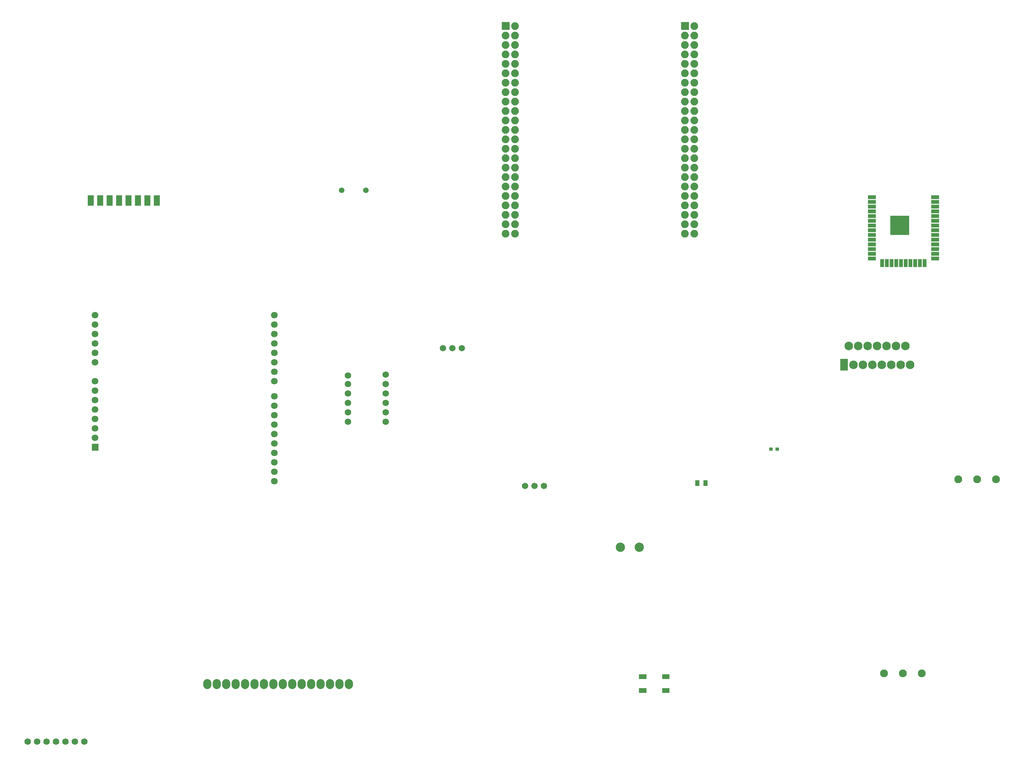
<source format=gts>
G04 Layer: TopSolderMaskLayer*
G04 EasyEDA v6.4.19.4, 2021-04-14T13:58:42--4:00*
G04 fa96b751c2d54882ab86a56ef34f2425,10*
G04 Gerber Generator version 0.2*
G04 Scale: 100 percent, Rotated: No, Reflected: No *
G04 Dimensions in millimeters *
G04 leading zeros omitted , absolute positions ,4 integer and 5 decimal *
%FSLAX45Y45*%
%MOMM*%

%ADD34C,2.2032*%
%ADD35C,2.5016*%
%ADD37C,2.3032*%
%ADD38C,1.5037*%
%ADD39C,1.7016*%
%ADD47C,1.8032*%
%ADD49C,1.7272*%
%ADD50C,2.1016*%
%ADD52C,2.0828*%

%LPD*%
D34*
X7645400Y-16281001D02*
G01*
X7645400Y-16231001D01*
X7899400Y-16281001D02*
G01*
X7899400Y-16231001D01*
X8153400Y-16281001D02*
G01*
X8153400Y-16231001D01*
X8407400Y-16281001D02*
G01*
X8407400Y-16231001D01*
X8661400Y-16281001D02*
G01*
X8661400Y-16231001D01*
X8915400Y-16281001D02*
G01*
X8915400Y-16231001D01*
X9169400Y-16281001D02*
G01*
X9169400Y-16231001D01*
X9423400Y-16281001D02*
G01*
X9423400Y-16231001D01*
X9677400Y-16281001D02*
G01*
X9677400Y-16231001D01*
X9931400Y-16281001D02*
G01*
X9931400Y-16231001D01*
X10185400Y-16281001D02*
G01*
X10185400Y-16230998D01*
X10439400Y-16281001D02*
G01*
X10439400Y-16230998D01*
X10693400Y-16281001D02*
G01*
X10693400Y-16230998D01*
X10947400Y-16281001D02*
G01*
X10947400Y-16230998D01*
X11201400Y-16281001D02*
G01*
X11201400Y-16230998D01*
X11455400Y-16281001D02*
G01*
X11455400Y-16230998D01*
D35*
G01*
X18757900Y-12573000D03*
G01*
X19265900Y-12573000D03*
G36*
X24677624Y-7818373D02*
G01*
X24677624Y-7497826D01*
X24877775Y-7497826D01*
X24877775Y-7818373D01*
G37*
D37*
G01*
X24904700Y-7150100D03*
G01*
X25031700Y-7658100D03*
G01*
X25158700Y-7150100D03*
G01*
X25285700Y-7658100D03*
G01*
X25412700Y-7150100D03*
G01*
X25539700Y-7658100D03*
G01*
X25666700Y-7150100D03*
G01*
X25793700Y-7658100D03*
G01*
X25920700Y-7150100D03*
G01*
X26047700Y-7658100D03*
G01*
X26174700Y-7150100D03*
G01*
X26301700Y-7658100D03*
G01*
X26428700Y-7150100D03*
G01*
X26555700Y-7658100D03*
D38*
G01*
X11257279Y-2959100D03*
G01*
X11907520Y-2959100D03*
D39*
G01*
X13982700Y-7213600D03*
G01*
X14236700Y-7213600D03*
G01*
X14490700Y-7213600D03*
G01*
X16192500Y-10922000D03*
G01*
X16446500Y-10922000D03*
G01*
X16700500Y-10922000D03*
G36*
X6205474Y-3376168D02*
G01*
X6205474Y-3101086D01*
X6367525Y-3101086D01*
X6367525Y-3376168D01*
G37*
G36*
X5951474Y-3376168D02*
G01*
X5951474Y-3101086D01*
X6113525Y-3101086D01*
X6113525Y-3376168D01*
G37*
G36*
X5697474Y-3376168D02*
G01*
X5697474Y-3101086D01*
X5859525Y-3101086D01*
X5859525Y-3376168D01*
G37*
G36*
X5443474Y-3376168D02*
G01*
X5443474Y-3101086D01*
X5605525Y-3101086D01*
X5605525Y-3376168D01*
G37*
G36*
X5189474Y-3376168D02*
G01*
X5189474Y-3101086D01*
X5351525Y-3101086D01*
X5351525Y-3376168D01*
G37*
G36*
X4935474Y-3376168D02*
G01*
X4935474Y-3101086D01*
X5097525Y-3101086D01*
X5097525Y-3376168D01*
G37*
G36*
X4681474Y-3376168D02*
G01*
X4681474Y-3101086D01*
X4843525Y-3101086D01*
X4843525Y-3376168D01*
G37*
G36*
X4427474Y-3376168D02*
G01*
X4427474Y-3101086D01*
X4589525Y-3101086D01*
X4589525Y-3376168D01*
G37*
G36*
X20997163Y-10920984D02*
G01*
X20997163Y-10770615D01*
X21107400Y-10770615D01*
X21107400Y-10920984D01*
G37*
G36*
X20777200Y-10920984D02*
G01*
X20777200Y-10770615D01*
X20887436Y-10770615D01*
X20887436Y-10920984D01*
G37*
G36*
X22938231Y-9976358D02*
G01*
X22938231Y-9886442D01*
X23028148Y-9886442D01*
X23028148Y-9976358D01*
G37*
G36*
X22768052Y-9976358D02*
G01*
X22768052Y-9886442D01*
X22857968Y-9886442D01*
X22857968Y-9976358D01*
G37*
G36*
X19882104Y-16493489D02*
G01*
X19882104Y-16363187D01*
X20082509Y-16363187D01*
X20082509Y-16493489D01*
G37*
G36*
X19882104Y-16123412D02*
G01*
X19882104Y-15993110D01*
X20082509Y-15993110D01*
X20082509Y-16123412D01*
G37*
G36*
X19262090Y-16493489D02*
G01*
X19262090Y-16363187D01*
X19462495Y-16363187D01*
X19462495Y-16493489D01*
G37*
G36*
X19262090Y-16123412D02*
G01*
X19262090Y-15993110D01*
X19462495Y-15993110D01*
X19462495Y-16123412D01*
G37*
G36*
X25422859Y-3202178D02*
G01*
X25422859Y-3102102D01*
X25632918Y-3102102D01*
X25632918Y-3202178D01*
G37*
G36*
X25422859Y-3329178D02*
G01*
X25422859Y-3229102D01*
X25632918Y-3229102D01*
X25632918Y-3329178D01*
G37*
G36*
X25422859Y-3456178D02*
G01*
X25422859Y-3356102D01*
X25632918Y-3356102D01*
X25632918Y-3456178D01*
G37*
G36*
X25422859Y-3583178D02*
G01*
X25422859Y-3483102D01*
X25632918Y-3483102D01*
X25632918Y-3583178D01*
G37*
G36*
X25422859Y-3710178D02*
G01*
X25422859Y-3610102D01*
X25632918Y-3610102D01*
X25632918Y-3710178D01*
G37*
G36*
X25422859Y-3837178D02*
G01*
X25422859Y-3737102D01*
X25632918Y-3737102D01*
X25632918Y-3837178D01*
G37*
G36*
X25422859Y-3964178D02*
G01*
X25422859Y-3864102D01*
X25632918Y-3864102D01*
X25632918Y-3964178D01*
G37*
G36*
X25422859Y-4091178D02*
G01*
X25422859Y-3991102D01*
X25632918Y-3991102D01*
X25632918Y-4091178D01*
G37*
G36*
X25422859Y-4218178D02*
G01*
X25422859Y-4118102D01*
X25632918Y-4118102D01*
X25632918Y-4218178D01*
G37*
G36*
X25422859Y-4345178D02*
G01*
X25422859Y-4245102D01*
X25632918Y-4245102D01*
X25632918Y-4345178D01*
G37*
G36*
X25422859Y-4472178D02*
G01*
X25422859Y-4372102D01*
X25632918Y-4372102D01*
X25632918Y-4472178D01*
G37*
G36*
X25422859Y-4599178D02*
G01*
X25422859Y-4499102D01*
X25632918Y-4499102D01*
X25632918Y-4599178D01*
G37*
G36*
X25422859Y-4726178D02*
G01*
X25422859Y-4626102D01*
X25632918Y-4626102D01*
X25632918Y-4726178D01*
G37*
G36*
X25422859Y-4853178D02*
G01*
X25422859Y-4753102D01*
X25632918Y-4753102D01*
X25632918Y-4853178D01*
G37*
G36*
X25756361Y-5030215D02*
G01*
X25756361Y-4820157D01*
X25856438Y-4820157D01*
X25856438Y-5030215D01*
G37*
G36*
X25883361Y-5030215D02*
G01*
X25883361Y-4820157D01*
X25983438Y-4820157D01*
X25983438Y-5030215D01*
G37*
G36*
X26010361Y-5030215D02*
G01*
X26010361Y-4820157D01*
X26110438Y-4820157D01*
X26110438Y-5030215D01*
G37*
G36*
X26137361Y-5030215D02*
G01*
X26137361Y-4820157D01*
X26237438Y-4820157D01*
X26237438Y-5030215D01*
G37*
G36*
X26264361Y-5030215D02*
G01*
X26264361Y-4820157D01*
X26364438Y-4820157D01*
X26364438Y-5030215D01*
G37*
G36*
X26391361Y-5030215D02*
G01*
X26391361Y-4819904D01*
X26491438Y-4819904D01*
X26491438Y-5030215D01*
G37*
G36*
X26518361Y-5030215D02*
G01*
X26518361Y-4819904D01*
X26618438Y-4819904D01*
X26618438Y-5030215D01*
G37*
G36*
X26645361Y-5030215D02*
G01*
X26645361Y-4819904D01*
X26745438Y-4819904D01*
X26745438Y-5030215D01*
G37*
G36*
X26772361Y-5030215D02*
G01*
X26772361Y-4819904D01*
X26872438Y-4819904D01*
X26872438Y-5030215D01*
G37*
G36*
X26899361Y-5030215D02*
G01*
X26899361Y-4819904D01*
X26999438Y-4819904D01*
X26999438Y-5030215D01*
G37*
G36*
X27122882Y-4853178D02*
G01*
X27122882Y-4753102D01*
X27332940Y-4753102D01*
X27332940Y-4853178D01*
G37*
G36*
X27122882Y-4726178D02*
G01*
X27122882Y-4626102D01*
X27332940Y-4626102D01*
X27332940Y-4726178D01*
G37*
G36*
X27122882Y-4599178D02*
G01*
X27122882Y-4499102D01*
X27332940Y-4499102D01*
X27332940Y-4599178D01*
G37*
G36*
X27122882Y-4472178D02*
G01*
X27122882Y-4372102D01*
X27332940Y-4372102D01*
X27332940Y-4472178D01*
G37*
G36*
X27122882Y-4345178D02*
G01*
X27122882Y-4245102D01*
X27332940Y-4245102D01*
X27332940Y-4345178D01*
G37*
G36*
X27122882Y-4218178D02*
G01*
X27122882Y-4118102D01*
X27332940Y-4118102D01*
X27332940Y-4218178D01*
G37*
G36*
X27122882Y-4091178D02*
G01*
X27122882Y-3991102D01*
X27332940Y-3991102D01*
X27332940Y-4091178D01*
G37*
G36*
X27122882Y-3964178D02*
G01*
X27122882Y-3864102D01*
X27332940Y-3864102D01*
X27332940Y-3964178D01*
G37*
G36*
X27122882Y-3837178D02*
G01*
X27122882Y-3737102D01*
X27332940Y-3737102D01*
X27332940Y-3837178D01*
G37*
G36*
X27122882Y-3710178D02*
G01*
X27122882Y-3610102D01*
X27332940Y-3610102D01*
X27332940Y-3710178D01*
G37*
G36*
X27122882Y-3583178D02*
G01*
X27122882Y-3483102D01*
X27332940Y-3483102D01*
X27332940Y-3583178D01*
G37*
G36*
X27122882Y-3456178D02*
G01*
X27122882Y-3356102D01*
X27332940Y-3356102D01*
X27332940Y-3456178D01*
G37*
G36*
X27122882Y-3329178D02*
G01*
X27122882Y-3229102D01*
X27332940Y-3229102D01*
X27332940Y-3329178D01*
G37*
G36*
X27122882Y-3202178D02*
G01*
X27122882Y-3102102D01*
X27332940Y-3102102D01*
X27332940Y-3202178D01*
G37*
G36*
X26021029Y-4161536D02*
G01*
X26021029Y-3651250D01*
X26531315Y-3651250D01*
X26531315Y-4161536D01*
G37*
D47*
G01*
X9448800Y-10794796D03*
G01*
X9448800Y-10540796D03*
G36*
X4532629Y-9971024D02*
G01*
X4532629Y-9790684D01*
X4712970Y-9790684D01*
X4712970Y-9971024D01*
G37*
G01*
X9448800Y-6832803D03*
G01*
X4622800Y-9626803D03*
G01*
X9448800Y-7086803D03*
G01*
X4622800Y-9372803D03*
G01*
X9448800Y-7340803D03*
G01*
X4622800Y-9118803D03*
G01*
X9448800Y-7594803D03*
G01*
X4622800Y-8864803D03*
G01*
X9448800Y-7848803D03*
G01*
X4622800Y-8610803D03*
G01*
X9448800Y-8102803D03*
G01*
X4622800Y-8356803D03*
G01*
X9448800Y-8508796D03*
G01*
X4622800Y-8102803D03*
G01*
X9448800Y-8762796D03*
G01*
X4622800Y-7594803D03*
G01*
X9448800Y-9016796D03*
G01*
X4622800Y-7340803D03*
G01*
X9448800Y-9270796D03*
G01*
X4622800Y-7086803D03*
G01*
X9448800Y-9524796D03*
G01*
X4622800Y-6832803D03*
G01*
X9448800Y-9778796D03*
G01*
X4622800Y-6578803D03*
G01*
X9448800Y-10032796D03*
G01*
X4622800Y-6324803D03*
G01*
X9448800Y-10286796D03*
G01*
X9448800Y-6324803D03*
G01*
X9448800Y-6578803D03*
D49*
G01*
X2806700Y-17805400D03*
G01*
X3060700Y-17805400D03*
G01*
X3314700Y-17805400D03*
G01*
X3568700Y-17805400D03*
G01*
X3822700Y-17805400D03*
G01*
X4076700Y-17805400D03*
G01*
X4330700Y-17805400D03*
G01*
X11430000Y-7950200D03*
G01*
X11430000Y-8178800D03*
G01*
X11430000Y-8432800D03*
G01*
X11430000Y-8686800D03*
G01*
X11430000Y-8940800D03*
G01*
X11430000Y-9194800D03*
G01*
X12446000Y-9194800D03*
G01*
X12446000Y-8940800D03*
G01*
X12446000Y-8686800D03*
G01*
X12446000Y-8432800D03*
G01*
X12446000Y-8178800D03*
G01*
X12446000Y-7924800D03*
D50*
G01*
X27851100Y-10744200D03*
G01*
X28359100Y-10744200D03*
G01*
X28867100Y-10744200D03*
G01*
X25857200Y-15963900D03*
G01*
X26365200Y-15963900D03*
G01*
X26873200Y-15963900D03*
G36*
X15567659Y1356360D02*
G01*
X15567659Y1564639D01*
X15775940Y1564639D01*
X15775940Y1356360D01*
G37*
D52*
G01*
X15925800Y1460500D03*
G01*
X15671800Y1206500D03*
G01*
X15925800Y1206500D03*
G01*
X15671800Y952500D03*
G01*
X15925800Y952500D03*
G01*
X15671800Y698500D03*
G01*
X15925800Y698500D03*
G01*
X15671800Y444500D03*
G01*
X15925800Y444500D03*
G01*
X15671800Y190500D03*
G01*
X15925800Y190500D03*
G01*
X15671800Y-63500D03*
G01*
X15925800Y-63500D03*
G01*
X15671800Y-317500D03*
G01*
X15925800Y-317500D03*
G01*
X15671800Y-571500D03*
G01*
X15925800Y-571500D03*
G01*
X15671800Y-825500D03*
G01*
X15925800Y-825500D03*
G01*
X15671800Y-1079500D03*
G01*
X15925800Y-1079500D03*
G01*
X15671800Y-1333500D03*
G01*
X15925800Y-1333500D03*
G01*
X15671800Y-1587500D03*
G01*
X15925800Y-1587500D03*
G01*
X15671800Y-1841500D03*
G01*
X15925800Y-1841500D03*
G01*
X15671800Y-2095500D03*
G01*
X15925800Y-2095500D03*
G01*
X15671800Y-2349500D03*
G01*
X15925800Y-2349500D03*
G01*
X15671800Y-2603500D03*
G01*
X15925800Y-2603500D03*
G01*
X15671800Y-2857500D03*
G01*
X15925800Y-2857500D03*
G01*
X15671800Y-3111500D03*
G01*
X15925800Y-3111500D03*
G01*
X15671800Y-3365500D03*
G01*
X15925800Y-3365500D03*
G01*
X15671800Y-3619500D03*
G01*
X15925800Y-3619500D03*
G01*
X15671800Y-3873500D03*
G01*
X15925800Y-3873500D03*
G01*
X15671800Y-4127500D03*
G01*
X15925800Y-4127500D03*
G36*
X20393659Y1356360D02*
G01*
X20393659Y1564639D01*
X20601940Y1564639D01*
X20601940Y1356360D01*
G37*
G01*
X20751800Y1460500D03*
G01*
X20497800Y1206500D03*
G01*
X20751800Y1206500D03*
G01*
X20497800Y952500D03*
G01*
X20751800Y952500D03*
G01*
X20497800Y698500D03*
G01*
X20751800Y698500D03*
G01*
X20497800Y444500D03*
G01*
X20751800Y444500D03*
G01*
X20497800Y190500D03*
G01*
X20751800Y190500D03*
G01*
X20497800Y-63500D03*
G01*
X20751800Y-63500D03*
G01*
X20497800Y-317500D03*
G01*
X20751800Y-317500D03*
G01*
X20497800Y-571500D03*
G01*
X20751800Y-571500D03*
G01*
X20497800Y-825500D03*
G01*
X20751800Y-825500D03*
G01*
X20497800Y-1079500D03*
G01*
X20751800Y-1079500D03*
G01*
X20497800Y-1333500D03*
G01*
X20751800Y-1333500D03*
G01*
X20497800Y-1587500D03*
G01*
X20751800Y-1587500D03*
G01*
X20497800Y-1841500D03*
G01*
X20751800Y-1841500D03*
G01*
X20497800Y-2095500D03*
G01*
X20751800Y-2095500D03*
G01*
X20497800Y-2349500D03*
G01*
X20751800Y-2349500D03*
G01*
X20497800Y-2603500D03*
G01*
X20751800Y-2603500D03*
G01*
X20497800Y-2857500D03*
G01*
X20751800Y-2857500D03*
G01*
X20497800Y-3111500D03*
G01*
X20751800Y-3111500D03*
G01*
X20497800Y-3365500D03*
G01*
X20751800Y-3365500D03*
G01*
X20497800Y-3619500D03*
G01*
X20751800Y-3619500D03*
G01*
X20497800Y-3873500D03*
G01*
X20751800Y-3873500D03*
G01*
X20497800Y-4127500D03*
G01*
X20751800Y-4127500D03*
M02*

</source>
